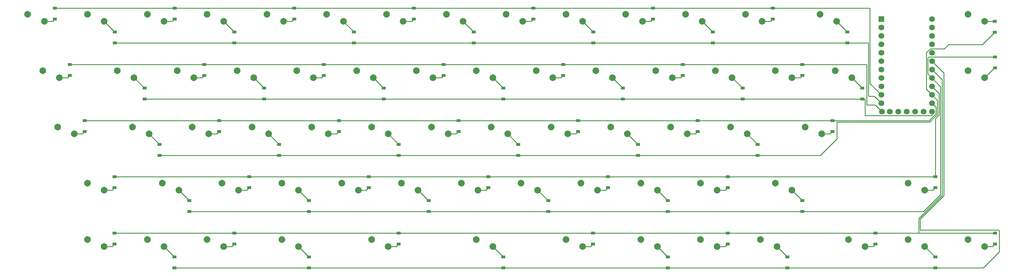
<source format=gbl>
%TF.GenerationSoftware,KiCad,Pcbnew,(6.0.1)*%
%TF.CreationDate,2022-02-09T02:20:10+01:00*%
%TF.ProjectId,choc660,63686f63-3636-4302-9e6b-696361645f70,rev?*%
%TF.SameCoordinates,Original*%
%TF.FileFunction,Copper,L2,Bot*%
%TF.FilePolarity,Positive*%
%FSLAX46Y46*%
G04 Gerber Fmt 4.6, Leading zero omitted, Abs format (unit mm)*
G04 Created by KiCad (PCBNEW (6.0.1)) date 2022-02-09 02:20:10*
%MOMM*%
%LPD*%
G01*
G04 APERTURE LIST*
%TA.AperFunction,ComponentPad*%
%ADD10C,2.000000*%
%TD*%
%TA.AperFunction,ComponentPad*%
%ADD11R,1.752600X1.752600*%
%TD*%
%TA.AperFunction,ComponentPad*%
%ADD12C,1.752600*%
%TD*%
%TA.AperFunction,SMDPad,CuDef*%
%ADD13R,1.200000X0.900000*%
%TD*%
%TA.AperFunction,Conductor*%
%ADD14C,0.254000*%
%TD*%
G04 APERTURE END LIST*
D10*
%TO.P,SW26,1,1*%
%TO.N,Net-(D26-Pad2)*%
X162797500Y-95700000D03*
%TO.P,SW26,2,2*%
%TO.N,C2*%
X157797500Y-93600000D03*
%TD*%
%TO.P,SW18,1,1*%
%TO.N,Net-(D18-Pad2)*%
X140297500Y-129700000D03*
%TO.P,SW18,2,2*%
%TO.N,C1*%
X135297500Y-127600000D03*
%TD*%
%TO.P,SW25,1,1*%
%TO.N,Net-(D25-Pad2)*%
X176297500Y-163700000D03*
%TO.P,SW25,2,2*%
%TO.N,C2*%
X171297500Y-161600000D03*
%TD*%
%TO.P,SW54,1,1*%
%TO.N,Net-(D54-Pad2)*%
X275297500Y-146700000D03*
%TO.P,SW54,2,2*%
%TO.N,C5*%
X270297500Y-144600000D03*
%TD*%
%TO.P,SW45,1,1*%
%TO.N,Net-(D45-Pad2)*%
X275297500Y-163700000D03*
%TO.P,SW45,2,2*%
%TO.N,C4*%
X270297500Y-161600000D03*
%TD*%
%TO.P,SW63,1,1*%
%TO.N,Net-(D63-Pad2)*%
X306797500Y-129700000D03*
%TO.P,SW63,2,2*%
%TO.N,C6*%
X301797500Y-127600000D03*
%TD*%
%TO.P,SW55,1,1*%
%TO.N,Net-(D55-Pad2)*%
X319797500Y-163700000D03*
%TO.P,SW55,2,2*%
%TO.N,C5*%
X314797500Y-161600000D03*
%TD*%
%TO.P,SW35,1,1*%
%TO.N,Net-(D35-Pad2)*%
X234797500Y-163700000D03*
%TO.P,SW35,2,2*%
%TO.N,C3*%
X229797500Y-161600000D03*
%TD*%
%TO.P,SW61,1,1*%
%TO.N,Net-(D61-Pad2)*%
X288797500Y-95700000D03*
%TO.P,SW61,2,2*%
%TO.N,C6*%
X283797500Y-93600000D03*
%TD*%
%TO.P,SW64,1,1*%
%TO.N,Net-(D64-Pad2)*%
X337797500Y-146700000D03*
%TO.P,SW64,2,2*%
%TO.N,C6*%
X332797500Y-144600000D03*
%TD*%
%TO.P,SW11,1,1*%
%TO.N,Net-(D11-Pad2)*%
X108797500Y-95700000D03*
%TO.P,SW11,2,2*%
%TO.N,C1*%
X103797500Y-93600000D03*
%TD*%
%TO.P,SW49,1,1*%
%TO.N,Net-(D49-Pad2)*%
X257297500Y-146700000D03*
%TO.P,SW49,2,2*%
%TO.N,C4*%
X252297500Y-144600000D03*
%TD*%
%TO.P,SW19,1,1*%
%TO.N,Net-(D19-Pad2)*%
X149297500Y-146700000D03*
%TO.P,SW19,2,2*%
%TO.N,C1*%
X144297500Y-144600000D03*
%TD*%
%TO.P,SW31,1,1*%
%TO.N,Net-(D31-Pad2)*%
X180797500Y-95700000D03*
%TO.P,SW31,2,2*%
%TO.N,C3*%
X175797500Y-93600000D03*
%TD*%
%TO.P,SW17,1,1*%
%TO.N,Net-(D17-Pad2)*%
X135797500Y-112700000D03*
%TO.P,SW17,2,2*%
%TO.N,C1*%
X130797500Y-110600000D03*
%TD*%
%TO.P,SW16,1,1*%
%TO.N,Net-(D16-Pad2)*%
X126797500Y-95700000D03*
%TO.P,SW16,2,2*%
%TO.N,C1*%
X121797500Y-93600000D03*
%TD*%
%TO.P,SW66,1,1*%
%TO.N,Net-(D66-Pad2)*%
X311297500Y-95700000D03*
%TO.P,SW66,2,2*%
%TO.N,C6*%
X306297500Y-93600000D03*
%TD*%
%TO.P,SW32,1,1*%
%TO.N,Net-(D32-Pad2)*%
X189797500Y-112700000D03*
%TO.P,SW32,2,2*%
%TO.N,C3*%
X184797500Y-110600000D03*
%TD*%
%TO.P,SW62,1,1*%
%TO.N,Net-(D62-Pad2)*%
X297797500Y-112700000D03*
%TO.P,SW62,2,2*%
%TO.N,C6*%
X292797500Y-110600000D03*
%TD*%
%TO.P,SW47,1,1*%
%TO.N,Net-(D47-Pad2)*%
X243797500Y-112700000D03*
%TO.P,SW47,2,2*%
%TO.N,C4*%
X238797500Y-110600000D03*
%TD*%
%TO.P,SW34,1,1*%
%TO.N,Net-(D34-Pad2)*%
X203297500Y-146700000D03*
%TO.P,SW34,2,2*%
%TO.N,C3*%
X198297500Y-144600000D03*
%TD*%
%TO.P,SW52,1,1*%
%TO.N,Net-(D52-Pad2)*%
X261797500Y-112700000D03*
%TO.P,SW52,2,2*%
%TO.N,C5*%
X256797500Y-110600000D03*
%TD*%
%TO.P,SW20,1,1*%
%TO.N,Net-(D20-Pad2)*%
X149297500Y-163700000D03*
%TO.P,SW20,2,2*%
%TO.N,C1*%
X144297500Y-161600000D03*
%TD*%
%TO.P,SW38,1,1*%
%TO.N,Net-(D38-Pad2)*%
X212297500Y-129700000D03*
%TO.P,SW38,2,2*%
%TO.N,C3*%
X207297500Y-127600000D03*
%TD*%
%TO.P,SW56,1,1*%
%TO.N,Net-(D56-Pad2)*%
X270797500Y-95700000D03*
%TO.P,SW56,2,2*%
%TO.N,C5*%
X265797500Y-93600000D03*
%TD*%
%TO.P,SW2,1,1*%
%TO.N,Net-(D2-Pad2)*%
X77297500Y-112700000D03*
%TO.P,SW2,2,2*%
%TO.N,C0*%
X72297500Y-110600000D03*
%TD*%
%TO.P,SW43,1,1*%
%TO.N,Net-(D43-Pad2)*%
X230297500Y-129700000D03*
%TO.P,SW43,2,2*%
%TO.N,C4*%
X225297500Y-127600000D03*
%TD*%
%TO.P,SW7,1,1*%
%TO.N,Net-(D7-Pad2)*%
X99797500Y-112700000D03*
%TO.P,SW7,2,2*%
%TO.N,C0*%
X94797500Y-110600000D03*
%TD*%
%TO.P,SW12,1,1*%
%TO.N,Net-(D12-Pad2)*%
X117797500Y-112700000D03*
%TO.P,SW12,2,2*%
%TO.N,C1*%
X112797500Y-110600000D03*
%TD*%
%TO.P,SW58,1,1*%
%TO.N,Net-(D58-Pad2)*%
X284297500Y-129700000D03*
%TO.P,SW58,2,2*%
%TO.N,C5*%
X279297500Y-127600000D03*
%TD*%
%TO.P,SW22,1,1*%
%TO.N,Net-(D22-Pad2)*%
X153797500Y-112700000D03*
%TO.P,SW22,2,2*%
%TO.N,C2*%
X148797500Y-110600000D03*
%TD*%
%TO.P,SW1,1,1*%
%TO.N,Net-(D1-Pad2)*%
X72797500Y-95700000D03*
%TO.P,SW1,2,2*%
%TO.N,C0*%
X67797500Y-93600000D03*
%TD*%
%TO.P,SW10,1,1*%
%TO.N,Net-(D10-Pad2)*%
X108797500Y-163700000D03*
%TO.P,SW10,2,2*%
%TO.N,C0*%
X103797500Y-161600000D03*
%TD*%
%TO.P,SW24,1,1*%
%TO.N,Net-(D24-Pad2)*%
X167297500Y-146700000D03*
%TO.P,SW24,2,2*%
%TO.N,C2*%
X162297500Y-144600000D03*
%TD*%
%TO.P,SW30,1,1*%
%TO.N,Net-(D30-Pad2)*%
X207797500Y-163700000D03*
%TO.P,SW30,2,2*%
%TO.N,C2*%
X202797500Y-161600000D03*
%TD*%
%TO.P,SW67,1,1*%
%TO.N,Net-(D67-Pad2)*%
X315797500Y-112700000D03*
%TO.P,SW67,2,2*%
%TO.N,C6*%
X310797500Y-110600000D03*
%TD*%
%TO.P,SW44,1,1*%
%TO.N,Net-(D44-Pad2)*%
X239297500Y-146700000D03*
%TO.P,SW44,2,2*%
%TO.N,C4*%
X234297500Y-144600000D03*
%TD*%
%TO.P,SW50,1,1*%
%TO.N,Net-(D50-Pad2)*%
X293297500Y-163700000D03*
%TO.P,SW50,2,2*%
%TO.N,C4*%
X288297500Y-161600000D03*
%TD*%
%TO.P,SW29,1,1*%
%TO.N,Net-(D29-Pad2)*%
X185297500Y-146700000D03*
%TO.P,SW29,2,2*%
%TO.N,C2*%
X180297500Y-144600000D03*
%TD*%
%TO.P,SW28,1,1*%
%TO.N,Net-(D28-Pad2)*%
X176297500Y-129700000D03*
%TO.P,SW28,2,2*%
%TO.N,C2*%
X171297500Y-127600000D03*
%TD*%
%TO.P,SW40,1,1*%
%TO.N,Net-(D40-Pad2)*%
X257297500Y-163700000D03*
%TO.P,SW40,2,2*%
%TO.N,C3*%
X252297500Y-161600000D03*
%TD*%
%TO.P,SW13,1,1*%
%TO.N,Net-(D13-Pad2)*%
X122297500Y-129700000D03*
%TO.P,SW13,2,2*%
%TO.N,C1*%
X117297500Y-127600000D03*
%TD*%
%TO.P,SW68,1,1*%
%TO.N,Net-(D68-Pad2)*%
X355797500Y-95700000D03*
%TO.P,SW68,2,2*%
%TO.N,C6*%
X350797500Y-93600000D03*
%TD*%
%TO.P,SW59,1,1*%
%TO.N,Net-(D59-Pad2)*%
X297797500Y-146700000D03*
%TO.P,SW59,2,2*%
%TO.N,C5*%
X292797500Y-144600000D03*
%TD*%
%TO.P,SW37,1,1*%
%TO.N,Net-(D37-Pad2)*%
X207797500Y-112700000D03*
%TO.P,SW37,2,2*%
%TO.N,C3*%
X202797500Y-110600000D03*
%TD*%
%TO.P,SW3,1,1*%
%TO.N,Net-(D3-Pad2)*%
X81797500Y-129700000D03*
%TO.P,SW3,2,2*%
%TO.N,C0*%
X76797500Y-127600000D03*
%TD*%
%TO.P,SW53,1,1*%
%TO.N,Net-(D53-Pad2)*%
X266297500Y-129700000D03*
%TO.P,SW53,2,2*%
%TO.N,C5*%
X261297500Y-127600000D03*
%TD*%
%TO.P,SW60,1,1*%
%TO.N,Net-(D60-Pad2)*%
X337797500Y-163700000D03*
%TO.P,SW60,2,2*%
%TO.N,C5*%
X332797500Y-161600000D03*
%TD*%
%TO.P,SW6,1,1*%
%TO.N,Net-(D6-Pad2)*%
X90797500Y-95700000D03*
%TO.P,SW6,2,2*%
%TO.N,C0*%
X85797500Y-93600000D03*
%TD*%
%TO.P,SW51,1,1*%
%TO.N,Net-(D51-Pad2)*%
X252797500Y-95700000D03*
%TO.P,SW51,2,2*%
%TO.N,C5*%
X247797500Y-93600000D03*
%TD*%
%TO.P,SW46,1,1*%
%TO.N,Net-(D46-Pad2)*%
X234797500Y-95700000D03*
%TO.P,SW46,2,2*%
%TO.N,C4*%
X229797500Y-93600000D03*
%TD*%
%TO.P,SW57,1,1*%
%TO.N,Net-(D57-Pad2)*%
X279797500Y-112700000D03*
%TO.P,SW57,2,2*%
%TO.N,C5*%
X274797500Y-110600000D03*
%TD*%
%TO.P,SW33,1,1*%
%TO.N,Net-(D33-Pad2)*%
X194297500Y-129700000D03*
%TO.P,SW33,2,2*%
%TO.N,C3*%
X189297500Y-127600000D03*
%TD*%
%TO.P,SW42,1,1*%
%TO.N,Net-(D42-Pad2)*%
X225797500Y-112700000D03*
%TO.P,SW42,2,2*%
%TO.N,C4*%
X220797500Y-110600000D03*
%TD*%
%TO.P,SW27,1,1*%
%TO.N,Net-(D27-Pad2)*%
X171797500Y-112700000D03*
%TO.P,SW27,2,2*%
%TO.N,C2*%
X166797500Y-110600000D03*
%TD*%
%TO.P,SW36,1,1*%
%TO.N,Net-(D36-Pad2)*%
X198797500Y-95700000D03*
%TO.P,SW36,2,2*%
%TO.N,C3*%
X193797500Y-93600000D03*
%TD*%
%TO.P,SW5,1,1*%
%TO.N,Net-(D5-Pad2)*%
X90797500Y-163700000D03*
%TO.P,SW5,2,2*%
%TO.N,C0*%
X85797500Y-161600000D03*
%TD*%
%TO.P,SW14,1,1*%
%TO.N,Net-(D14-Pad2)*%
X131297500Y-146700000D03*
%TO.P,SW14,2,2*%
%TO.N,C1*%
X126297500Y-144600000D03*
%TD*%
%TO.P,SW8,1,1*%
%TO.N,Net-(D8-Pad2)*%
X104297500Y-129700000D03*
%TO.P,SW8,2,2*%
%TO.N,C0*%
X99297500Y-127600000D03*
%TD*%
%TO.P,SW48,1,1*%
%TO.N,Net-(D48-Pad2)*%
X248297500Y-129700000D03*
%TO.P,SW48,2,2*%
%TO.N,C4*%
X243297500Y-127600000D03*
%TD*%
%TO.P,SW9,1,1*%
%TO.N,Net-(D9-Pad2)*%
X113297500Y-146700000D03*
%TO.P,SW9,2,2*%
%TO.N,C0*%
X108297500Y-144600000D03*
%TD*%
%TO.P,SW69,1,1*%
%TO.N,Net-(D69-Pad2)*%
X355797500Y-112700000D03*
%TO.P,SW69,2,2*%
%TO.N,C6*%
X350797500Y-110600000D03*
%TD*%
D11*
%TO.P,U1,1,TX0/PD3*%
%TO.N,C0*%
X324677500Y-95016750D03*
D12*
%TO.P,U1,2,RX1/PD2*%
%TO.N,C1*%
X324677500Y-97556750D03*
%TO.P,U1,3,GND*%
%TO.N,unconnected-(U1-Pad3)*%
X324677500Y-100096750D03*
%TO.P,U1,4,GND*%
%TO.N,unconnected-(U1-Pad4)*%
X324677500Y-102636750D03*
%TO.P,U1,5,2/PD1*%
%TO.N,C2*%
X324677500Y-105176750D03*
%TO.P,U1,6,3/PD0*%
%TO.N,C3*%
X324677500Y-107716750D03*
%TO.P,U1,7,4/PD4*%
%TO.N,C4*%
X324677500Y-110256750D03*
%TO.P,U1,8,5/PC6*%
%TO.N,C5*%
X324677500Y-112796750D03*
%TO.P,U1,9,6/PD7*%
%TO.N,C6*%
X324677500Y-115336750D03*
%TO.P,U1,10,7/PE6*%
%TO.N,R0*%
X324677500Y-117876750D03*
%TO.P,U1,11,8/PB4*%
%TO.N,R1*%
X324677500Y-120416750D03*
%TO.P,U1,12,9/PB5*%
%TO.N,R2*%
X324906100Y-122956750D03*
%TO.P,U1,13,10/PB6*%
%TO.N,R3*%
X339917500Y-122956750D03*
%TO.P,U1,14,16/PB2*%
%TO.N,R4*%
X339917500Y-120416750D03*
%TO.P,U1,15,14/PB3*%
%TO.N,R5*%
X339917500Y-117876750D03*
%TO.P,U1,16,15/PB1*%
%TO.N,R6*%
X339917500Y-115336750D03*
%TO.P,U1,17,A0/PF7*%
%TO.N,R7*%
X339917500Y-112796750D03*
%TO.P,U1,18,A1/PF6*%
%TO.N,R8*%
X339917500Y-110256750D03*
%TO.P,U1,19,A2/PF5*%
%TO.N,R9*%
X339917500Y-107716750D03*
%TO.P,U1,20,A3/PF4*%
%TO.N,unconnected-(U1-Pad20)*%
X339917500Y-105176750D03*
%TO.P,U1,21,VCC*%
%TO.N,unconnected-(U1-Pad21)*%
X339917500Y-102636750D03*
%TO.P,U1,22,RST*%
%TO.N,unconnected-(U1-Pad22)*%
X339917500Y-100096750D03*
%TO.P,U1,23,GND*%
%TO.N,unconnected-(U1-Pad23)*%
X339917500Y-97556750D03*
%TO.P,U1,24,B0*%
%TO.N,unconnected-(U1-Pad24)*%
X339917500Y-95016750D03*
%TO.P,U1,25,B7*%
%TO.N,unconnected-(U1-Pad25)*%
X327217500Y-122956750D03*
%TO.P,U1,26,D5*%
%TO.N,unconnected-(U1-Pad26)*%
X329757500Y-122956750D03*
%TO.P,U1,27,C7*%
%TO.N,unconnected-(U1-Pad27)*%
X332297500Y-122956750D03*
%TO.P,U1,28,F1*%
%TO.N,unconnected-(U1-Pad28)*%
X334837500Y-122956750D03*
%TO.P,U1,29,F0*%
%TO.N,unconnected-(U1-Pad29)*%
X337377500Y-122956750D03*
%TD*%
D10*
%TO.P,SW21,1,1*%
%TO.N,Net-(D21-Pad2)*%
X144797500Y-95700000D03*
%TO.P,SW21,2,2*%
%TO.N,C2*%
X139797500Y-93600000D03*
%TD*%
%TO.P,SW41,1,1*%
%TO.N,Net-(D41-Pad2)*%
X216797500Y-95700000D03*
%TO.P,SW41,2,2*%
%TO.N,C4*%
X211797500Y-93600000D03*
%TD*%
%TO.P,SW39,1,1*%
%TO.N,Net-(D39-Pad2)*%
X221297500Y-146700000D03*
%TO.P,SW39,2,2*%
%TO.N,C3*%
X216297500Y-144600000D03*
%TD*%
%TO.P,SW23,1,1*%
%TO.N,Net-(D23-Pad2)*%
X158297500Y-129700000D03*
%TO.P,SW23,2,2*%
%TO.N,C2*%
X153297500Y-127600000D03*
%TD*%
%TO.P,SW15,1,1*%
%TO.N,Net-(D15-Pad2)*%
X126797500Y-163700000D03*
%TO.P,SW15,2,2*%
%TO.N,C1*%
X121797500Y-161600000D03*
%TD*%
%TO.P,SW65,1,1*%
%TO.N,Net-(D65-Pad2)*%
X355797500Y-163700000D03*
%TO.P,SW65,2,2*%
%TO.N,C6*%
X350797500Y-161600000D03*
%TD*%
%TO.P,SW4,1,1*%
%TO.N,Net-(D4-Pad2)*%
X90797500Y-146700000D03*
%TO.P,SW4,2,2*%
%TO.N,C0*%
X85797500Y-144600000D03*
%TD*%
D13*
%TO.P,D64,1,K*%
%TO.N,R6*%
X340950000Y-142650000D03*
%TO.P,D64,2,A*%
%TO.N,Net-(D64-Pad2)*%
X340950000Y-145950000D03*
%TD*%
%TO.P,D20,1,K*%
%TO.N,R9*%
X152450000Y-170150000D03*
%TO.P,D20,2,A*%
%TO.N,Net-(D20-Pad2)*%
X152450000Y-166850000D03*
%TD*%
%TO.P,D58,1,K*%
%TO.N,R5*%
X287450000Y-136150000D03*
%TO.P,D58,2,A*%
%TO.N,Net-(D58-Pad2)*%
X287450000Y-132850000D03*
%TD*%
%TO.P,D62,1,K*%
%TO.N,R2*%
X300950000Y-108750000D03*
%TO.P,D62,2,A*%
%TO.N,Net-(D62-Pad2)*%
X300950000Y-112050000D03*
%TD*%
%TO.P,D30,1,K*%
%TO.N,R9*%
X210950000Y-170150000D03*
%TO.P,D30,2,A*%
%TO.N,Net-(D30-Pad2)*%
X210950000Y-166850000D03*
%TD*%
%TO.P,D61,1,K*%
%TO.N,R0*%
X292000000Y-91700000D03*
%TO.P,D61,2,A*%
%TO.N,Net-(D61-Pad2)*%
X292000000Y-95000000D03*
%TD*%
%TO.P,D50,1,K*%
%TO.N,R9*%
X296450000Y-170150000D03*
%TO.P,D50,2,A*%
%TO.N,Net-(D50-Pad2)*%
X296450000Y-166850000D03*
%TD*%
%TO.P,D51,1,K*%
%TO.N,R0*%
X256000000Y-91700000D03*
%TO.P,D51,2,A*%
%TO.N,Net-(D51-Pad2)*%
X256000000Y-95000000D03*
%TD*%
%TO.P,D15,1,K*%
%TO.N,R8*%
X129950000Y-159650000D03*
%TO.P,D15,2,A*%
%TO.N,Net-(D15-Pad2)*%
X129950000Y-162950000D03*
%TD*%
%TO.P,D9,1,K*%
%TO.N,R7*%
X116450000Y-153150000D03*
%TO.P,D9,2,A*%
%TO.N,Net-(D9-Pad2)*%
X116450000Y-149850000D03*
%TD*%
%TO.P,D33,1,K*%
%TO.N,R4*%
X197450000Y-125650000D03*
%TO.P,D33,2,A*%
%TO.N,Net-(D33-Pad2)*%
X197450000Y-128950000D03*
%TD*%
%TO.P,D27,1,K*%
%TO.N,R3*%
X174950000Y-119150000D03*
%TO.P,D27,2,A*%
%TO.N,Net-(D27-Pad2)*%
X174950000Y-115850000D03*
%TD*%
%TO.P,D8,1,K*%
%TO.N,R5*%
X107450000Y-136150000D03*
%TO.P,D8,2,A*%
%TO.N,Net-(D8-Pad2)*%
X107450000Y-132850000D03*
%TD*%
%TO.P,D43,1,K*%
%TO.N,R4*%
X233450000Y-125650000D03*
%TO.P,D43,2,A*%
%TO.N,Net-(D43-Pad2)*%
X233450000Y-128950000D03*
%TD*%
%TO.P,D53,1,K*%
%TO.N,R4*%
X269450000Y-125650000D03*
%TO.P,D53,2,A*%
%TO.N,Net-(D53-Pad2)*%
X269450000Y-128950000D03*
%TD*%
%TO.P,D44,1,K*%
%TO.N,R6*%
X242450000Y-142650000D03*
%TO.P,D44,2,A*%
%TO.N,Net-(D44-Pad2)*%
X242450000Y-145950000D03*
%TD*%
%TO.P,D22,1,K*%
%TO.N,R2*%
X156950000Y-108750000D03*
%TO.P,D22,2,A*%
%TO.N,Net-(D22-Pad2)*%
X156950000Y-112050000D03*
%TD*%
%TO.P,D4,1,K*%
%TO.N,R6*%
X93950000Y-142650000D03*
%TO.P,D4,2,A*%
%TO.N,Net-(D4-Pad2)*%
X93950000Y-145950000D03*
%TD*%
%TO.P,D63,1,K*%
%TO.N,R4*%
X309950000Y-125650000D03*
%TO.P,D63,2,A*%
%TO.N,Net-(D63-Pad2)*%
X309950000Y-128950000D03*
%TD*%
%TO.P,D25,1,K*%
%TO.N,R8*%
X179450000Y-159650000D03*
%TO.P,D25,2,A*%
%TO.N,Net-(D25-Pad2)*%
X179450000Y-162950000D03*
%TD*%
%TO.P,D11,1,K*%
%TO.N,R0*%
X112000000Y-91700000D03*
%TO.P,D11,2,A*%
%TO.N,Net-(D11-Pad2)*%
X112000000Y-95000000D03*
%TD*%
%TO.P,D69,1,K*%
%TO.N,R7*%
X358950000Y-106450000D03*
%TO.P,D69,2,A*%
%TO.N,Net-(D69-Pad2)*%
X358950000Y-109750000D03*
%TD*%
%TO.P,D39,1,K*%
%TO.N,R7*%
X224450000Y-153150000D03*
%TO.P,D39,2,A*%
%TO.N,Net-(D39-Pad2)*%
X224450000Y-149850000D03*
%TD*%
%TO.P,D57,1,K*%
%TO.N,R3*%
X282950000Y-119150000D03*
%TO.P,D57,2,A*%
%TO.N,Net-(D57-Pad2)*%
X282950000Y-115850000D03*
%TD*%
%TO.P,D60,1,K*%
%TO.N,R9*%
X340950000Y-170150000D03*
%TO.P,D60,2,A*%
%TO.N,Net-(D60-Pad2)*%
X340950000Y-166850000D03*
%TD*%
%TO.P,D65,1,K*%
%TO.N,R8*%
X358950000Y-159650000D03*
%TO.P,D65,2,A*%
%TO.N,Net-(D65-Pad2)*%
X358950000Y-162950000D03*
%TD*%
%TO.P,D38,1,K*%
%TO.N,R5*%
X215450000Y-136150000D03*
%TO.P,D38,2,A*%
%TO.N,Net-(D38-Pad2)*%
X215450000Y-132850000D03*
%TD*%
%TO.P,D29,1,K*%
%TO.N,R7*%
X188450000Y-153150000D03*
%TO.P,D29,2,A*%
%TO.N,Net-(D29-Pad2)*%
X188450000Y-149850000D03*
%TD*%
%TO.P,D14,1,K*%
%TO.N,R6*%
X134450000Y-142650000D03*
%TO.P,D14,2,A*%
%TO.N,Net-(D14-Pad2)*%
X134450000Y-145950000D03*
%TD*%
%TO.P,D17,1,K*%
%TO.N,R3*%
X138950000Y-119150000D03*
%TO.P,D17,2,A*%
%TO.N,Net-(D17-Pad2)*%
X138950000Y-115850000D03*
%TD*%
%TO.P,D19,1,K*%
%TO.N,R7*%
X152450000Y-153150000D03*
%TO.P,D19,2,A*%
%TO.N,Net-(D19-Pad2)*%
X152450000Y-149850000D03*
%TD*%
%TO.P,D35,1,K*%
%TO.N,R8*%
X237950000Y-159650000D03*
%TO.P,D35,2,A*%
%TO.N,Net-(D35-Pad2)*%
X237950000Y-162950000D03*
%TD*%
%TO.P,D37,1,K*%
%TO.N,R3*%
X210950000Y-119150000D03*
%TO.P,D37,2,A*%
%TO.N,Net-(D37-Pad2)*%
X210950000Y-115850000D03*
%TD*%
%TO.P,D1,1,K*%
%TO.N,R0*%
X76000000Y-91700000D03*
%TO.P,D1,2,A*%
%TO.N,Net-(D1-Pad2)*%
X76000000Y-95000000D03*
%TD*%
%TO.P,D45,1,K*%
%TO.N,R8*%
X278450000Y-159650000D03*
%TO.P,D45,2,A*%
%TO.N,Net-(D45-Pad2)*%
X278450000Y-162950000D03*
%TD*%
%TO.P,D56,1,K*%
%TO.N,R1*%
X274000000Y-102200000D03*
%TO.P,D56,2,A*%
%TO.N,Net-(D56-Pad2)*%
X274000000Y-98900000D03*
%TD*%
%TO.P,D16,1,K*%
%TO.N,R1*%
X130000000Y-102200000D03*
%TO.P,D16,2,A*%
%TO.N,Net-(D16-Pad2)*%
X130000000Y-98900000D03*
%TD*%
%TO.P,D52,1,K*%
%TO.N,R2*%
X264950000Y-108750000D03*
%TO.P,D52,2,A*%
%TO.N,Net-(D52-Pad2)*%
X264950000Y-112050000D03*
%TD*%
%TO.P,D59,1,K*%
%TO.N,R7*%
X300950000Y-153150000D03*
%TO.P,D59,2,A*%
%TO.N,Net-(D59-Pad2)*%
X300950000Y-149850000D03*
%TD*%
%TO.P,D5,1,K*%
%TO.N,R8*%
X93950000Y-159650000D03*
%TO.P,D5,2,A*%
%TO.N,Net-(D5-Pad2)*%
X93950000Y-162950000D03*
%TD*%
%TO.P,D67,1,K*%
%TO.N,R3*%
X318950000Y-119150000D03*
%TO.P,D67,2,A*%
%TO.N,Net-(D67-Pad2)*%
X318950000Y-115850000D03*
%TD*%
%TO.P,D23,1,K*%
%TO.N,R4*%
X161450000Y-125650000D03*
%TO.P,D23,2,A*%
%TO.N,Net-(D23-Pad2)*%
X161450000Y-128950000D03*
%TD*%
%TO.P,D13,1,K*%
%TO.N,R4*%
X125450000Y-125650000D03*
%TO.P,D13,2,A*%
%TO.N,Net-(D13-Pad2)*%
X125450000Y-128950000D03*
%TD*%
%TO.P,D28,1,K*%
%TO.N,R5*%
X179450000Y-136150000D03*
%TO.P,D28,2,A*%
%TO.N,Net-(D28-Pad2)*%
X179450000Y-132850000D03*
%TD*%
%TO.P,D10,1,K*%
%TO.N,R9*%
X111950000Y-170150000D03*
%TO.P,D10,2,A*%
%TO.N,Net-(D10-Pad2)*%
X111950000Y-166850000D03*
%TD*%
%TO.P,D46,1,K*%
%TO.N,R1*%
X238000000Y-102200000D03*
%TO.P,D46,2,A*%
%TO.N,Net-(D46-Pad2)*%
X238000000Y-98900000D03*
%TD*%
%TO.P,D40,1,K*%
%TO.N,R9*%
X260450000Y-170150000D03*
%TO.P,D40,2,A*%
%TO.N,Net-(D40-Pad2)*%
X260450000Y-166850000D03*
%TD*%
%TO.P,D47,1,K*%
%TO.N,R3*%
X246950000Y-119150000D03*
%TO.P,D47,2,A*%
%TO.N,Net-(D47-Pad2)*%
X246950000Y-115850000D03*
%TD*%
%TO.P,D7,1,K*%
%TO.N,R3*%
X102950000Y-119150000D03*
%TO.P,D7,2,A*%
%TO.N,Net-(D7-Pad2)*%
X102950000Y-115850000D03*
%TD*%
%TO.P,D18,1,K*%
%TO.N,R5*%
X143450000Y-136150000D03*
%TO.P,D18,2,A*%
%TO.N,Net-(D18-Pad2)*%
X143450000Y-132850000D03*
%TD*%
%TO.P,D12,1,K*%
%TO.N,R2*%
X120950000Y-108750000D03*
%TO.P,D12,2,A*%
%TO.N,Net-(D12-Pad2)*%
X120950000Y-112050000D03*
%TD*%
%TO.P,D49,1,K*%
%TO.N,R7*%
X260450000Y-153150000D03*
%TO.P,D49,2,A*%
%TO.N,Net-(D49-Pad2)*%
X260450000Y-149850000D03*
%TD*%
%TO.P,D48,1,K*%
%TO.N,R5*%
X251450000Y-136150000D03*
%TO.P,D48,2,A*%
%TO.N,Net-(D48-Pad2)*%
X251450000Y-132850000D03*
%TD*%
%TO.P,D41,1,K*%
%TO.N,R0*%
X220000000Y-91700000D03*
%TO.P,D41,2,A*%
%TO.N,Net-(D41-Pad2)*%
X220000000Y-95000000D03*
%TD*%
%TO.P,D42,1,K*%
%TO.N,R2*%
X228950000Y-108750000D03*
%TO.P,D42,2,A*%
%TO.N,Net-(D42-Pad2)*%
X228950000Y-112050000D03*
%TD*%
%TO.P,D21,1,K*%
%TO.N,R0*%
X148000000Y-91700000D03*
%TO.P,D21,2,A*%
%TO.N,Net-(D21-Pad2)*%
X148000000Y-95000000D03*
%TD*%
%TO.P,D68,1,K*%
%TO.N,R5*%
X358850000Y-99000000D03*
%TO.P,D68,2,A*%
%TO.N,Net-(D68-Pad2)*%
X358850000Y-95700000D03*
%TD*%
%TO.P,D32,1,K*%
%TO.N,R2*%
X192950000Y-108750000D03*
%TO.P,D32,2,A*%
%TO.N,Net-(D32-Pad2)*%
X192950000Y-112050000D03*
%TD*%
%TO.P,D2,1,K*%
%TO.N,R2*%
X80450000Y-108750000D03*
%TO.P,D2,2,A*%
%TO.N,Net-(D2-Pad2)*%
X80450000Y-112050000D03*
%TD*%
%TO.P,D36,1,K*%
%TO.N,R1*%
X202000000Y-102200000D03*
%TO.P,D36,2,A*%
%TO.N,Net-(D36-Pad2)*%
X202000000Y-98900000D03*
%TD*%
%TO.P,D55,1,K*%
%TO.N,R8*%
X322950000Y-159650000D03*
%TO.P,D55,2,A*%
%TO.N,Net-(D55-Pad2)*%
X322950000Y-162950000D03*
%TD*%
%TO.P,D31,1,K*%
%TO.N,R0*%
X184000000Y-91700000D03*
%TO.P,D31,2,A*%
%TO.N,Net-(D31-Pad2)*%
X184000000Y-95000000D03*
%TD*%
%TO.P,D34,1,K*%
%TO.N,R6*%
X206450000Y-142650000D03*
%TO.P,D34,2,A*%
%TO.N,Net-(D34-Pad2)*%
X206450000Y-145950000D03*
%TD*%
%TO.P,D3,1,K*%
%TO.N,R4*%
X84950000Y-125650000D03*
%TO.P,D3,2,A*%
%TO.N,Net-(D3-Pad2)*%
X84950000Y-128950000D03*
%TD*%
%TO.P,D6,1,K*%
%TO.N,R1*%
X94000000Y-102200000D03*
%TO.P,D6,2,A*%
%TO.N,Net-(D6-Pad2)*%
X94000000Y-98900000D03*
%TD*%
%TO.P,D66,1,K*%
%TO.N,R1*%
X314500000Y-102200000D03*
%TO.P,D66,2,A*%
%TO.N,Net-(D66-Pad2)*%
X314500000Y-98900000D03*
%TD*%
%TO.P,D54,1,K*%
%TO.N,R6*%
X278450000Y-142650000D03*
%TO.P,D54,2,A*%
%TO.N,Net-(D54-Pad2)*%
X278450000Y-145950000D03*
%TD*%
%TO.P,D24,1,K*%
%TO.N,R6*%
X170450000Y-142650000D03*
%TO.P,D24,2,A*%
%TO.N,Net-(D24-Pad2)*%
X170450000Y-145950000D03*
%TD*%
%TO.P,D26,1,K*%
%TO.N,R1*%
X166000000Y-102200000D03*
%TO.P,D26,2,A*%
%TO.N,Net-(D26-Pad2)*%
X166000000Y-98900000D03*
%TD*%
D14*
%TO.N,R0*%
X292000000Y-91700000D02*
X321290000Y-91700000D01*
X321290000Y-114489250D02*
X324677500Y-117876750D01*
X321290000Y-91700000D02*
X321290000Y-114489250D01*
X76000000Y-91700000D02*
X292000000Y-91700000D01*
%TO.N,Net-(D1-Pad2)*%
X72797500Y-95700000D02*
X75300000Y-95700000D01*
X75300000Y-95700000D02*
X76000000Y-95000000D01*
%TO.N,R2*%
X320300000Y-108750000D02*
X320300000Y-120900000D01*
X300950000Y-108750000D02*
X320300000Y-108750000D01*
X300950000Y-108750000D02*
X80450000Y-108750000D01*
X320300000Y-120900000D02*
X322849350Y-120900000D01*
X322849350Y-120900000D02*
X324906100Y-122956750D01*
%TO.N,Net-(D2-Pad2)*%
X79800000Y-112700000D02*
X80450000Y-112050000D01*
X77297500Y-112700000D02*
X79800000Y-112700000D01*
%TO.N,R4*%
X309950000Y-125650000D02*
X339070935Y-125650000D01*
X309950000Y-125650000D02*
X84950000Y-125650000D01*
X339070935Y-125650000D02*
X341120311Y-123600624D01*
X341120311Y-123600624D02*
X341120311Y-121619561D01*
X341120311Y-121619561D02*
X339917500Y-120416750D01*
%TO.N,Net-(D3-Pad2)*%
X81797500Y-129700000D02*
X84200000Y-129700000D01*
X84200000Y-129700000D02*
X84950000Y-128950000D01*
%TO.N,R6*%
X340950000Y-125053682D02*
X341764341Y-124239341D01*
X342043520Y-117462770D02*
X339917500Y-115336750D01*
X342043520Y-123960163D02*
X342043520Y-117462770D01*
X340950000Y-142650000D02*
X340950000Y-125053682D01*
X93950000Y-142650000D02*
X340950000Y-142650000D01*
X341764341Y-124239341D02*
X342043520Y-123960163D01*
%TO.N,Net-(D4-Pad2)*%
X93200000Y-146700000D02*
X93950000Y-145950000D01*
X90797500Y-146700000D02*
X93200000Y-146700000D01*
%TO.N,R8*%
X335950000Y-159650000D02*
X358950000Y-159650000D01*
X335950000Y-155223438D02*
X342973520Y-148199918D01*
X342973520Y-148199918D02*
X342973520Y-113312770D01*
X93950000Y-159650000D02*
X335950000Y-159650000D01*
X342973520Y-113312770D02*
X339917500Y-110256750D01*
X335950000Y-159650000D02*
X335950000Y-155223438D01*
%TO.N,Net-(D5-Pad2)*%
X93200000Y-163700000D02*
X93950000Y-162950000D01*
X90797500Y-163700000D02*
X93200000Y-163700000D01*
%TO.N,R1*%
X314500000Y-102200000D02*
X320800000Y-102200000D01*
X320796480Y-118256480D02*
X320796480Y-102200000D01*
X314500000Y-102200000D02*
X94050000Y-102200000D01*
X320870270Y-118330270D02*
X320796480Y-118256480D01*
X322591020Y-118330270D02*
X320870270Y-118330270D01*
X324677500Y-120416750D02*
X322591020Y-118330270D01*
%TO.N,Net-(D6-Pad2)*%
X93997500Y-98900000D02*
X94000000Y-98900000D01*
X90797500Y-95700000D02*
X93997500Y-98900000D01*
%TO.N,R3*%
X102950000Y-119150000D02*
X318950000Y-119150000D01*
X319804000Y-119150000D02*
X319846480Y-119192480D01*
X319850000Y-124159561D02*
X339920000Y-124159561D01*
X318950000Y-119150000D02*
X319804000Y-119150000D01*
X319846480Y-119192480D02*
X319846480Y-124150000D01*
X339917500Y-124147500D02*
X339917500Y-122956750D01*
%TO.N,Net-(D7-Pad2)*%
X102947500Y-115850000D02*
X102950000Y-115850000D01*
X99797500Y-112700000D02*
X102947500Y-115850000D01*
%TO.N,R5*%
X338275000Y-105118217D02*
X338275000Y-105300000D01*
X338261169Y-116220419D02*
X339917500Y-117876750D01*
X341590000Y-123772309D02*
X341590000Y-119549250D01*
X358850000Y-99000000D02*
X355126521Y-102723479D01*
X287450000Y-136150000D02*
X306382064Y-136150000D01*
X338275000Y-105300000D02*
X338261169Y-105313831D01*
X311350000Y-131182064D02*
X311350000Y-126103520D01*
X311350000Y-126103520D02*
X339258789Y-126103520D01*
X338261169Y-105313831D02*
X338261169Y-116220419D01*
X343651061Y-103973939D02*
X339419278Y-103973939D01*
X355126521Y-102723479D02*
X344901521Y-102723479D01*
X341590000Y-119549250D02*
X339917500Y-117876750D01*
X339419278Y-103973939D02*
X338275000Y-105118217D01*
X107450000Y-136150000D02*
X287450000Y-136150000D01*
X344901521Y-102723479D02*
X343651061Y-103973939D01*
X339258789Y-126103520D02*
X341590000Y-123772309D01*
X306382064Y-136150000D02*
X311350000Y-131182064D01*
%TO.N,Net-(D8-Pad2)*%
X104297500Y-129700000D02*
X107447500Y-132850000D01*
X107447500Y-132850000D02*
X107450000Y-132850000D01*
%TO.N,R7*%
X337382064Y-153150000D02*
X300950000Y-153150000D01*
X300950000Y-153150000D02*
X116450000Y-153150000D01*
X342520000Y-115399250D02*
X342520000Y-148012064D01*
X339000000Y-106450000D02*
X338714689Y-106735311D01*
X338714689Y-106735311D02*
X338714689Y-111593939D01*
X342520000Y-148012064D02*
X337382064Y-153150000D01*
X338714689Y-111593939D02*
X339917500Y-112796750D01*
X339917500Y-112796750D02*
X342520000Y-115399250D01*
X339000000Y-106450000D02*
X358950000Y-106450000D01*
%TO.N,Net-(D9-Pad2)*%
X113297500Y-146700000D02*
X116447500Y-149850000D01*
X116447500Y-149850000D02*
X116450000Y-149850000D01*
%TO.N,R9*%
X111900000Y-170150000D02*
X340950000Y-170150000D01*
X360200000Y-158900000D02*
X359975000Y-158675000D01*
X336403520Y-158675000D02*
X336403520Y-155411292D01*
X359975000Y-158675000D02*
X336403520Y-158675000D01*
X343500000Y-111299250D02*
X339917500Y-107716750D01*
X340950000Y-170150000D02*
X355382064Y-170150000D01*
X111950000Y-170150000D02*
X111900000Y-170150000D01*
X355382064Y-170150000D02*
X360200000Y-165332064D01*
X360200000Y-165332064D02*
X360200000Y-158900000D01*
X336403520Y-155411292D02*
X343500000Y-148314812D01*
X343500000Y-148314812D02*
X343500000Y-111299250D01*
%TO.N,Net-(D10-Pad2)*%
X108797500Y-163700000D02*
X111947500Y-166850000D01*
X111947500Y-166850000D02*
X111950000Y-166850000D01*
%TO.N,Net-(D11-Pad2)*%
X111300000Y-95700000D02*
X112000000Y-95000000D01*
X108797500Y-95700000D02*
X111300000Y-95700000D01*
%TO.N,Net-(D12-Pad2)*%
X117797500Y-112700000D02*
X120300000Y-112700000D01*
X120300000Y-112700000D02*
X120950000Y-112050000D01*
%TO.N,Net-(D13-Pad2)*%
X124700000Y-129700000D02*
X125450000Y-128950000D01*
X122297500Y-129700000D02*
X124700000Y-129700000D01*
%TO.N,Net-(D14-Pad2)*%
X133700000Y-146700000D02*
X134450000Y-145950000D01*
X131297500Y-146700000D02*
X133700000Y-146700000D01*
%TO.N,Net-(D15-Pad2)*%
X126797500Y-163700000D02*
X129200000Y-163700000D01*
X129200000Y-163700000D02*
X129950000Y-162950000D01*
%TO.N,Net-(D16-Pad2)*%
X129997500Y-98900000D02*
X130000000Y-98900000D01*
X126797500Y-95700000D02*
X129997500Y-98900000D01*
%TO.N,Net-(D17-Pad2)*%
X135797500Y-112700000D02*
X138947500Y-115850000D01*
X138947500Y-115850000D02*
X138950000Y-115850000D01*
%TO.N,Net-(D18-Pad2)*%
X143447500Y-132850000D02*
X143450000Y-132850000D01*
X140297500Y-129700000D02*
X143447500Y-132850000D01*
%TO.N,Net-(D19-Pad2)*%
X149297500Y-146700000D02*
X152447500Y-149850000D01*
X152447500Y-149850000D02*
X152450000Y-149850000D01*
%TO.N,Net-(D20-Pad2)*%
X149297500Y-163700000D02*
X152447500Y-166850000D01*
X152447500Y-166850000D02*
X152450000Y-166850000D01*
%TO.N,Net-(D21-Pad2)*%
X147300000Y-95700000D02*
X148000000Y-95000000D01*
X144797500Y-95700000D02*
X147300000Y-95700000D01*
%TO.N,Net-(D22-Pad2)*%
X153797500Y-112700000D02*
X156300000Y-112700000D01*
X156300000Y-112700000D02*
X156950000Y-112050000D01*
%TO.N,Net-(D23-Pad2)*%
X158297500Y-129700000D02*
X160700000Y-129700000D01*
X160700000Y-129700000D02*
X161450000Y-128950000D01*
%TO.N,Net-(D24-Pad2)*%
X167297500Y-146700000D02*
X169700000Y-146700000D01*
X169700000Y-146700000D02*
X170450000Y-145950000D01*
%TO.N,Net-(D25-Pad2)*%
X176297500Y-163700000D02*
X178700000Y-163700000D01*
X178700000Y-163700000D02*
X179450000Y-162950000D01*
%TO.N,Net-(D26-Pad2)*%
X165997500Y-98900000D02*
X166000000Y-98900000D01*
X162797500Y-95700000D02*
X165997500Y-98900000D01*
%TO.N,Net-(D27-Pad2)*%
X174947500Y-115850000D02*
X174950000Y-115850000D01*
X171797500Y-112700000D02*
X174947500Y-115850000D01*
%TO.N,Net-(D28-Pad2)*%
X176297500Y-129700000D02*
X179447500Y-132850000D01*
X179447500Y-132850000D02*
X179450000Y-132850000D01*
%TO.N,Net-(D29-Pad2)*%
X185297500Y-146700000D02*
X188447500Y-149850000D01*
X188447500Y-149850000D02*
X188450000Y-149850000D01*
%TO.N,Net-(D30-Pad2)*%
X207797500Y-163700000D02*
X210947500Y-166850000D01*
X210947500Y-166850000D02*
X210950000Y-166850000D01*
%TO.N,Net-(D31-Pad2)*%
X180797500Y-95700000D02*
X183300000Y-95700000D01*
X183300000Y-95700000D02*
X184000000Y-95000000D01*
%TO.N,Net-(D32-Pad2)*%
X189797500Y-112700000D02*
X192300000Y-112700000D01*
X192300000Y-112700000D02*
X192950000Y-112050000D01*
%TO.N,Net-(D33-Pad2)*%
X196700000Y-129700000D02*
X197450000Y-128950000D01*
X194297500Y-129700000D02*
X196700000Y-129700000D01*
%TO.N,Net-(D34-Pad2)*%
X203297500Y-146700000D02*
X205700000Y-146700000D01*
X205700000Y-146700000D02*
X206450000Y-145950000D01*
%TO.N,Net-(D35-Pad2)*%
X237200000Y-163700000D02*
X237950000Y-162950000D01*
X234797500Y-163700000D02*
X237200000Y-163700000D01*
%TO.N,Net-(D36-Pad2)*%
X201997500Y-98900000D02*
X202000000Y-98900000D01*
X198797500Y-95700000D02*
X201997500Y-98900000D01*
%TO.N,Net-(D37-Pad2)*%
X207797500Y-112700000D02*
X210947500Y-115850000D01*
X210947500Y-115850000D02*
X210950000Y-115850000D01*
%TO.N,Net-(D38-Pad2)*%
X212297500Y-129700000D02*
X215447500Y-132850000D01*
X215447500Y-132850000D02*
X215450000Y-132850000D01*
%TO.N,Net-(D39-Pad2)*%
X224447500Y-149850000D02*
X224450000Y-149850000D01*
X221297500Y-146700000D02*
X224447500Y-149850000D01*
%TO.N,Net-(D40-Pad2)*%
X257297500Y-163700000D02*
X260447500Y-166850000D01*
X260447500Y-166850000D02*
X260450000Y-166850000D01*
%TO.N,Net-(D41-Pad2)*%
X219300000Y-95700000D02*
X220000000Y-95000000D01*
X216797500Y-95700000D02*
X219300000Y-95700000D01*
%TO.N,Net-(D42-Pad2)*%
X225797500Y-112700000D02*
X228300000Y-112700000D01*
X228300000Y-112700000D02*
X228950000Y-112050000D01*
%TO.N,Net-(D43-Pad2)*%
X232700000Y-129700000D02*
X233450000Y-128950000D01*
X230297500Y-129700000D02*
X232700000Y-129700000D01*
%TO.N,Net-(D44-Pad2)*%
X239297500Y-146700000D02*
X241700000Y-146700000D01*
X241700000Y-146700000D02*
X242450000Y-145950000D01*
%TO.N,Net-(D45-Pad2)*%
X277700000Y-163700000D02*
X278450000Y-162950000D01*
X275297500Y-163700000D02*
X277700000Y-163700000D01*
%TO.N,Net-(D46-Pad2)*%
X234797500Y-95700000D02*
X237997500Y-98900000D01*
X237997500Y-98900000D02*
X238000000Y-98900000D01*
%TO.N,Net-(D47-Pad2)*%
X246947500Y-115850000D02*
X246950000Y-115850000D01*
X243797500Y-112700000D02*
X246947500Y-115850000D01*
%TO.N,Net-(D48-Pad2)*%
X248297500Y-129700000D02*
X251447500Y-132850000D01*
X251447500Y-132850000D02*
X251450000Y-132850000D01*
%TO.N,Net-(D49-Pad2)*%
X260447500Y-149850000D02*
X260450000Y-149850000D01*
X257297500Y-146700000D02*
X260447500Y-149850000D01*
%TO.N,Net-(D50-Pad2)*%
X293297500Y-163700000D02*
X296447500Y-166850000D01*
X296447500Y-166850000D02*
X296450000Y-166850000D01*
%TO.N,Net-(D51-Pad2)*%
X255300000Y-95700000D02*
X256000000Y-95000000D01*
X252797500Y-95700000D02*
X255300000Y-95700000D01*
%TO.N,Net-(D52-Pad2)*%
X264300000Y-112700000D02*
X264950000Y-112050000D01*
X261797500Y-112700000D02*
X264300000Y-112700000D01*
%TO.N,Net-(D53-Pad2)*%
X266297500Y-129700000D02*
X268700000Y-129700000D01*
X268700000Y-129700000D02*
X269450000Y-128950000D01*
%TO.N,Net-(D54-Pad2)*%
X277700000Y-146700000D02*
X278450000Y-145950000D01*
X275297500Y-146700000D02*
X277700000Y-146700000D01*
%TO.N,Net-(D55-Pad2)*%
X322200000Y-163700000D02*
X322950000Y-162950000D01*
X319797500Y-163700000D02*
X322200000Y-163700000D01*
%TO.N,Net-(D56-Pad2)*%
X273997500Y-98900000D02*
X274000000Y-98900000D01*
X270797500Y-95700000D02*
X273997500Y-98900000D01*
%TO.N,Net-(D57-Pad2)*%
X282947500Y-115850000D02*
X282950000Y-115850000D01*
X279797500Y-112700000D02*
X282947500Y-115850000D01*
%TO.N,Net-(D58-Pad2)*%
X284297500Y-129700000D02*
X287447500Y-132850000D01*
X287447500Y-132850000D02*
X287450000Y-132850000D01*
%TO.N,Net-(D59-Pad2)*%
X297797500Y-146700000D02*
X300947500Y-149850000D01*
X300947500Y-149850000D02*
X300950000Y-149850000D01*
%TO.N,Net-(D60-Pad2)*%
X340947500Y-166850000D02*
X340950000Y-166850000D01*
X337797500Y-163700000D02*
X340947500Y-166850000D01*
%TO.N,Net-(D61-Pad2)*%
X291300000Y-95700000D02*
X292000000Y-95000000D01*
X288797500Y-95700000D02*
X291300000Y-95700000D01*
%TO.N,Net-(D62-Pad2)*%
X300300000Y-112700000D02*
X300950000Y-112050000D01*
X297797500Y-112700000D02*
X300300000Y-112700000D01*
%TO.N,Net-(D63-Pad2)*%
X306797500Y-129700000D02*
X309200000Y-129700000D01*
X309200000Y-129700000D02*
X309950000Y-128950000D01*
%TO.N,Net-(D64-Pad2)*%
X337797500Y-146700000D02*
X340200000Y-146700000D01*
X340200000Y-146700000D02*
X340950000Y-145950000D01*
%TO.N,Net-(D66-Pad2)*%
X311297500Y-95700000D02*
X314497500Y-98900000D01*
X314497500Y-98900000D02*
X314500000Y-98900000D01*
%TO.N,Net-(D67-Pad2)*%
X315797500Y-112700000D02*
X318947500Y-115850000D01*
X318947500Y-115850000D02*
X318950000Y-115850000D01*
%TO.N,Net-(D68-Pad2)*%
X355797500Y-95700000D02*
X358850000Y-95700000D01*
%TO.N,Net-(D69-Pad2)*%
X358747500Y-109750000D02*
X358950000Y-109750000D01*
X355797500Y-112700000D02*
X358747500Y-109750000D01*
%TO.N,Net-(D65-Pad2)*%
X358200000Y-163700000D02*
X358950000Y-162950000D01*
X355797500Y-163700000D02*
X358200000Y-163700000D01*
%TD*%
M02*

</source>
